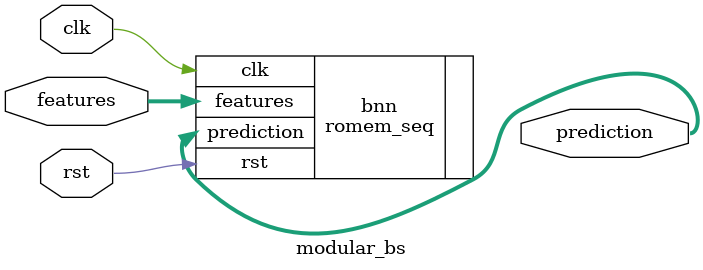
<source format=v>
`ifndef DUTNAME
`define DUTNAME modular_bs
parameter FEAT_CNT = 4;
parameter FEAT_BITS = 4;
parameter HIDDEN_CNT = 4;
parameter CLASS_CNT = 4;
`define WEIGHTS0 0
`define WEIGHTS1 0
`else
    `include `BSTRINGS
`endif
module `DUTNAME #(
`ifdef PARAMS
`include `PARAMS
`endif
  ) (
  input clk,
  input rst,
  input [FEAT_CNT*FEAT_BITS-1:0] features,
  output [$clog2(CLASS_CNT)-1:0] prediction
  );

  localparam Weights0 = `WEIGHTS0 ;
  localparam Weights1 = `WEIGHTS1 ;

  romem_seq #(.FEAT_CNT(FEAT_CNT),.FEAT_BITS(FEAT_BITS),.HIDDEN_CNT(HIDDEN_CNT),.CLASS_CNT(CLASS_CNT),.Weights0(Weights0),.Weights1(Weights1)) bnn (
    .clk(clk),
    .rst(rst),
    .features(features),
    .prediction(prediction)
  );

endmodule

</source>
